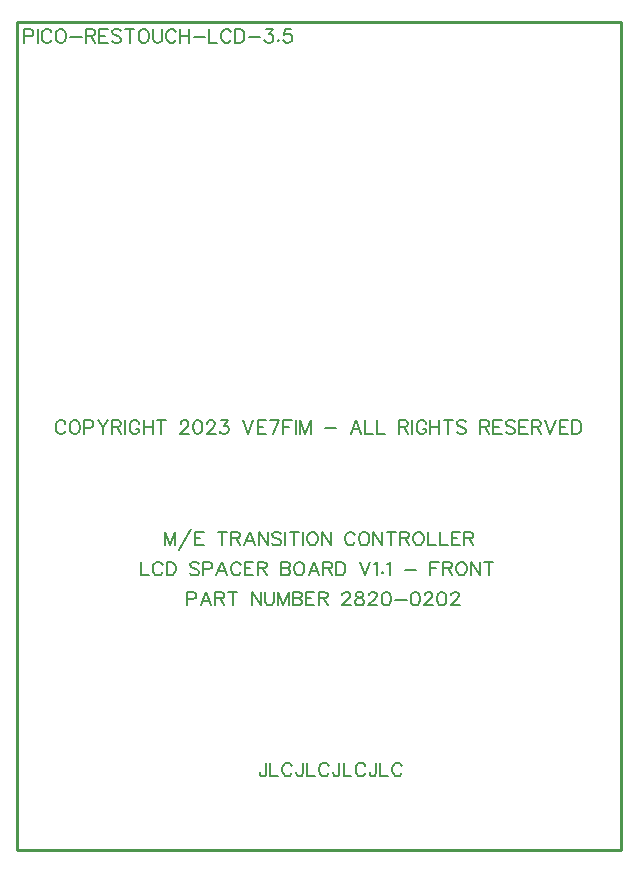
<source format=gto>
G04 Layer: TopSilkscreenLayer*
G04 EasyEDA v6.5.29, 2023-07-16 15:11:24*
G04 5560f084906b45179d65adef9f10eb2a,5a6b42c53f6a479593ecc07194224c93,10*
G04 Gerber Generator version 0.2*
G04 Scale: 100 percent, Rotated: No, Reflected: No *
G04 Dimensions in millimeters *
G04 leading zeros omitted , absolute positions ,4 integer and 5 decimal *
%FSLAX45Y45*%
%MOMM*%

%ADD10C,0.2030*%
%ADD11C,0.2032*%
%ADD12C,0.2540*%

%LPD*%
D10*
X923544Y6599428D02*
G01*
X918210Y6610350D01*
X907287Y6621271D01*
X896365Y6626860D01*
X874521Y6626860D01*
X863600Y6621271D01*
X852678Y6610350D01*
X847344Y6599428D01*
X841755Y6583171D01*
X841755Y6555994D01*
X847344Y6539484D01*
X852678Y6528562D01*
X863600Y6517639D01*
X874521Y6512305D01*
X896365Y6512305D01*
X907287Y6517639D01*
X918210Y6528562D01*
X923544Y6539484D01*
X992378Y6626860D02*
G01*
X981455Y6621271D01*
X970534Y6610350D01*
X965200Y6599428D01*
X959612Y6583171D01*
X959612Y6555994D01*
X965200Y6539484D01*
X970534Y6528562D01*
X981455Y6517639D01*
X992378Y6512305D01*
X1014221Y6512305D01*
X1025144Y6517639D01*
X1036065Y6528562D01*
X1041400Y6539484D01*
X1046987Y6555994D01*
X1046987Y6583171D01*
X1041400Y6599428D01*
X1036065Y6610350D01*
X1025144Y6621271D01*
X1014221Y6626860D01*
X992378Y6626860D01*
X1082802Y6626860D02*
G01*
X1082802Y6512305D01*
X1082802Y6626860D02*
G01*
X1132078Y6626860D01*
X1148334Y6621271D01*
X1153921Y6615937D01*
X1159255Y6605015D01*
X1159255Y6588505D01*
X1153921Y6577584D01*
X1148334Y6572250D01*
X1132078Y6566662D01*
X1082802Y6566662D01*
X1195323Y6626860D02*
G01*
X1239012Y6572250D01*
X1239012Y6512305D01*
X1282445Y6626860D02*
G01*
X1239012Y6572250D01*
X1318513Y6626860D02*
G01*
X1318513Y6512305D01*
X1318513Y6626860D02*
G01*
X1367536Y6626860D01*
X1384045Y6621271D01*
X1389379Y6615937D01*
X1394968Y6605015D01*
X1394968Y6594094D01*
X1389379Y6583171D01*
X1384045Y6577584D01*
X1367536Y6572250D01*
X1318513Y6572250D01*
X1356613Y6572250D02*
G01*
X1394968Y6512305D01*
X1430781Y6626860D02*
G01*
X1430781Y6512305D01*
X1548637Y6599428D02*
G01*
X1543304Y6610350D01*
X1532381Y6621271D01*
X1521460Y6626860D01*
X1499615Y6626860D01*
X1488694Y6621271D01*
X1477771Y6610350D01*
X1472437Y6599428D01*
X1466850Y6583171D01*
X1466850Y6555994D01*
X1472437Y6539484D01*
X1477771Y6528562D01*
X1488694Y6517639D01*
X1499615Y6512305D01*
X1521460Y6512305D01*
X1532381Y6517639D01*
X1543304Y6528562D01*
X1548637Y6539484D01*
X1548637Y6555994D01*
X1521460Y6555994D02*
G01*
X1548637Y6555994D01*
X1584705Y6626860D02*
G01*
X1584705Y6512305D01*
X1661160Y6626860D02*
G01*
X1661160Y6512305D01*
X1584705Y6572250D02*
G01*
X1661160Y6572250D01*
X1735328Y6626860D02*
G01*
X1735328Y6512305D01*
X1696973Y6626860D02*
G01*
X1773428Y6626860D01*
X1898904Y6599428D02*
G01*
X1898904Y6605015D01*
X1904237Y6615937D01*
X1909826Y6621271D01*
X1920747Y6626860D01*
X1942591Y6626860D01*
X1953513Y6621271D01*
X1958847Y6615937D01*
X1964436Y6605015D01*
X1964436Y6594094D01*
X1958847Y6583171D01*
X1947925Y6566662D01*
X1893570Y6512305D01*
X1969770Y6512305D01*
X2038604Y6626860D02*
G01*
X2022093Y6621271D01*
X2011172Y6605015D01*
X2005838Y6577584D01*
X2005838Y6561328D01*
X2011172Y6534150D01*
X2022093Y6517639D01*
X2038604Y6512305D01*
X2049525Y6512305D01*
X2065781Y6517639D01*
X2076704Y6534150D01*
X2082291Y6561328D01*
X2082291Y6577584D01*
X2076704Y6605015D01*
X2065781Y6621271D01*
X2049525Y6626860D01*
X2038604Y6626860D01*
X2123693Y6599428D02*
G01*
X2123693Y6605015D01*
X2129027Y6615937D01*
X2134615Y6621271D01*
X2145538Y6626860D01*
X2167381Y6626860D01*
X2178050Y6621271D01*
X2183638Y6615937D01*
X2188972Y6605015D01*
X2188972Y6594094D01*
X2183638Y6583171D01*
X2172715Y6566662D01*
X2118106Y6512305D01*
X2194559Y6512305D01*
X2241550Y6626860D02*
G01*
X2301493Y6626860D01*
X2268727Y6583171D01*
X2284984Y6583171D01*
X2295906Y6577584D01*
X2301493Y6572250D01*
X2306827Y6555994D01*
X2306827Y6545071D01*
X2301493Y6528562D01*
X2290572Y6517639D01*
X2274061Y6512305D01*
X2257806Y6512305D01*
X2241550Y6517639D01*
X2235961Y6523228D01*
X2230627Y6534150D01*
X2426970Y6626860D02*
G01*
X2470658Y6512305D01*
X2514091Y6626860D02*
G01*
X2470658Y6512305D01*
X2550159Y6626860D02*
G01*
X2550159Y6512305D01*
X2550159Y6626860D02*
G01*
X2621025Y6626860D01*
X2550159Y6572250D02*
G01*
X2593847Y6572250D01*
X2550159Y6512305D02*
G01*
X2621025Y6512305D01*
X2733547Y6626860D02*
G01*
X2678938Y6512305D01*
X2657093Y6626860D02*
G01*
X2733547Y6626860D01*
X2769361Y6626860D02*
G01*
X2769361Y6512305D01*
X2769361Y6626860D02*
G01*
X2840227Y6626860D01*
X2769361Y6572250D02*
G01*
X2813050Y6572250D01*
X2876295Y6626860D02*
G01*
X2876295Y6512305D01*
X2912363Y6626860D02*
G01*
X2912363Y6512305D01*
X2912363Y6626860D02*
G01*
X2956052Y6512305D01*
X2999740Y6626860D02*
G01*
X2956052Y6512305D01*
X2999740Y6626860D02*
G01*
X2999740Y6512305D01*
X3119627Y6561328D02*
G01*
X3217925Y6561328D01*
X3381502Y6626860D02*
G01*
X3337813Y6512305D01*
X3381502Y6626860D02*
G01*
X3425190Y6512305D01*
X3354070Y6550405D02*
G01*
X3408679Y6550405D01*
X3461004Y6626860D02*
G01*
X3461004Y6512305D01*
X3461004Y6512305D02*
G01*
X3526536Y6512305D01*
X3562604Y6626860D02*
G01*
X3562604Y6512305D01*
X3562604Y6512305D02*
G01*
X3627881Y6512305D01*
X3748024Y6626860D02*
G01*
X3748024Y6512305D01*
X3748024Y6626860D02*
G01*
X3797045Y6626860D01*
X3813556Y6621271D01*
X3818890Y6615937D01*
X3824477Y6605015D01*
X3824477Y6594094D01*
X3818890Y6583171D01*
X3813556Y6577584D01*
X3797045Y6572250D01*
X3748024Y6572250D01*
X3786124Y6572250D02*
G01*
X3824477Y6512305D01*
X3860291Y6626860D02*
G01*
X3860291Y6512305D01*
X3978147Y6599428D02*
G01*
X3972813Y6610350D01*
X3961891Y6621271D01*
X3950970Y6626860D01*
X3929125Y6626860D01*
X3918204Y6621271D01*
X3907281Y6610350D01*
X3901693Y6599428D01*
X3896359Y6583171D01*
X3896359Y6555994D01*
X3901693Y6539484D01*
X3907281Y6528562D01*
X3918204Y6517639D01*
X3929125Y6512305D01*
X3950970Y6512305D01*
X3961891Y6517639D01*
X3972813Y6528562D01*
X3978147Y6539484D01*
X3978147Y6555994D01*
X3950970Y6555994D02*
G01*
X3978147Y6555994D01*
X4014215Y6626860D02*
G01*
X4014215Y6512305D01*
X4090415Y6626860D02*
G01*
X4090415Y6512305D01*
X4014215Y6572250D02*
G01*
X4090415Y6572250D01*
X4164838Y6626860D02*
G01*
X4164838Y6512305D01*
X4126484Y6626860D02*
G01*
X4202938Y6626860D01*
X4315206Y6610350D02*
G01*
X4304284Y6621271D01*
X4288027Y6626860D01*
X4266184Y6626860D01*
X4249927Y6621271D01*
X4239006Y6610350D01*
X4239006Y6599428D01*
X4244340Y6588505D01*
X4249927Y6583171D01*
X4260595Y6577584D01*
X4293361Y6566662D01*
X4304284Y6561328D01*
X4309872Y6555994D01*
X4315206Y6545071D01*
X4315206Y6528562D01*
X4304284Y6517639D01*
X4288027Y6512305D01*
X4266184Y6512305D01*
X4249927Y6517639D01*
X4239006Y6528562D01*
X4435347Y6626860D02*
G01*
X4435347Y6512305D01*
X4435347Y6626860D02*
G01*
X4484370Y6626860D01*
X4500625Y6621271D01*
X4506213Y6615937D01*
X4511547Y6605015D01*
X4511547Y6594094D01*
X4506213Y6583171D01*
X4500625Y6577584D01*
X4484370Y6572250D01*
X4435347Y6572250D01*
X4473447Y6572250D02*
G01*
X4511547Y6512305D01*
X4547615Y6626860D02*
G01*
X4547615Y6512305D01*
X4547615Y6626860D02*
G01*
X4618481Y6626860D01*
X4547615Y6572250D02*
G01*
X4591304Y6572250D01*
X4547615Y6512305D02*
G01*
X4618481Y6512305D01*
X4731004Y6610350D02*
G01*
X4720081Y6621271D01*
X4703572Y6626860D01*
X4681727Y6626860D01*
X4665472Y6621271D01*
X4654550Y6610350D01*
X4654550Y6599428D01*
X4659884Y6588505D01*
X4665472Y6583171D01*
X4676393Y6577584D01*
X4709159Y6566662D01*
X4720081Y6561328D01*
X4725415Y6555994D01*
X4731004Y6545071D01*
X4731004Y6528562D01*
X4720081Y6517639D01*
X4703572Y6512305D01*
X4681727Y6512305D01*
X4665472Y6517639D01*
X4654550Y6528562D01*
X4766818Y6626860D02*
G01*
X4766818Y6512305D01*
X4766818Y6626860D02*
G01*
X4837684Y6626860D01*
X4766818Y6572250D02*
G01*
X4810506Y6572250D01*
X4766818Y6512305D02*
G01*
X4837684Y6512305D01*
X4873752Y6626860D02*
G01*
X4873752Y6512305D01*
X4873752Y6626860D02*
G01*
X4922774Y6626860D01*
X4939284Y6621271D01*
X4944618Y6615937D01*
X4950206Y6605015D01*
X4950206Y6594094D01*
X4944618Y6583171D01*
X4939284Y6577584D01*
X4922774Y6572250D01*
X4873752Y6572250D01*
X4912106Y6572250D02*
G01*
X4950206Y6512305D01*
X4986274Y6626860D02*
G01*
X5029708Y6512305D01*
X5073395Y6626860D02*
G01*
X5029708Y6512305D01*
X5109463Y6626860D02*
G01*
X5109463Y6512305D01*
X5109463Y6626860D02*
G01*
X5180329Y6626860D01*
X5109463Y6572250D02*
G01*
X5153152Y6572250D01*
X5109463Y6512305D02*
G01*
X5180329Y6512305D01*
X5216397Y6626860D02*
G01*
X5216397Y6512305D01*
X5216397Y6626860D02*
G01*
X5254497Y6626860D01*
X5271008Y6621271D01*
X5281675Y6610350D01*
X5287263Y6599428D01*
X5292597Y6583171D01*
X5292597Y6555994D01*
X5287263Y6539484D01*
X5281675Y6528562D01*
X5271008Y6517639D01*
X5254497Y6512305D01*
X5216397Y6512305D01*
D11*
X2623614Y3728925D02*
G01*
X2623614Y3641549D01*
X2618026Y3625293D01*
X2612692Y3619705D01*
X2601770Y3614371D01*
X2590848Y3614371D01*
X2579926Y3619705D01*
X2574338Y3625293D01*
X2569004Y3641549D01*
X2569004Y3652471D01*
X2659428Y3728925D02*
G01*
X2659428Y3614371D01*
X2659428Y3614371D02*
G01*
X2724960Y3614371D01*
X2842816Y3701493D02*
G01*
X2837482Y3712415D01*
X2826560Y3723337D01*
X2815638Y3728925D01*
X2793794Y3728925D01*
X2782872Y3723337D01*
X2771950Y3712415D01*
X2766362Y3701493D01*
X2761028Y3685237D01*
X2761028Y3658059D01*
X2766362Y3641549D01*
X2771950Y3630627D01*
X2782872Y3619705D01*
X2793794Y3614371D01*
X2815638Y3614371D01*
X2826560Y3619705D01*
X2837482Y3630627D01*
X2842816Y3641549D01*
X2933240Y3728925D02*
G01*
X2933240Y3641549D01*
X2927906Y3625293D01*
X2922572Y3619705D01*
X2911650Y3614371D01*
X2900728Y3614371D01*
X2889806Y3619705D01*
X2884218Y3625293D01*
X2878884Y3641549D01*
X2878884Y3652471D01*
X2969308Y3728925D02*
G01*
X2969308Y3614371D01*
X2969308Y3614371D02*
G01*
X3034840Y3614371D01*
X3152696Y3701493D02*
G01*
X3147108Y3712415D01*
X3136186Y3723337D01*
X3125264Y3728925D01*
X3103674Y3728925D01*
X3092752Y3723337D01*
X3081830Y3712415D01*
X3076242Y3701493D01*
X3070908Y3685237D01*
X3070908Y3658059D01*
X3076242Y3641549D01*
X3081830Y3630627D01*
X3092752Y3619705D01*
X3103674Y3614371D01*
X3125264Y3614371D01*
X3136186Y3619705D01*
X3147108Y3630627D01*
X3152696Y3641549D01*
X3243120Y3728925D02*
G01*
X3243120Y3641549D01*
X3237786Y3625293D01*
X3232198Y3619705D01*
X3221276Y3614371D01*
X3210354Y3614371D01*
X3199432Y3619705D01*
X3194098Y3625293D01*
X3188764Y3641549D01*
X3188764Y3652471D01*
X3279188Y3728925D02*
G01*
X3279188Y3614371D01*
X3279188Y3614371D02*
G01*
X3344720Y3614371D01*
X3462576Y3701493D02*
G01*
X3456988Y3712415D01*
X3446066Y3723337D01*
X3435144Y3728925D01*
X3413300Y3728925D01*
X3402378Y3723337D01*
X3391456Y3712415D01*
X3386122Y3701493D01*
X3380534Y3685237D01*
X3380534Y3658059D01*
X3386122Y3641549D01*
X3391456Y3630627D01*
X3402378Y3619705D01*
X3413300Y3614371D01*
X3435144Y3614371D01*
X3446066Y3619705D01*
X3456988Y3630627D01*
X3462576Y3641549D01*
X3553000Y3728925D02*
G01*
X3553000Y3641549D01*
X3547666Y3625293D01*
X3542078Y3619705D01*
X3531156Y3614371D01*
X3520234Y3614371D01*
X3509312Y3619705D01*
X3503978Y3625293D01*
X3498390Y3641549D01*
X3498390Y3652471D01*
X3589068Y3728925D02*
G01*
X3589068Y3614371D01*
X3589068Y3614371D02*
G01*
X3654346Y3614371D01*
X3772202Y3701493D02*
G01*
X3766868Y3712415D01*
X3755946Y3723337D01*
X3745024Y3728925D01*
X3723180Y3728925D01*
X3712258Y3723337D01*
X3701336Y3712415D01*
X3696002Y3701493D01*
X3690414Y3685237D01*
X3690414Y3658059D01*
X3696002Y3641549D01*
X3701336Y3630627D01*
X3712258Y3619705D01*
X3723180Y3614371D01*
X3745024Y3614371D01*
X3755946Y3619705D01*
X3766868Y3630627D01*
X3772202Y3641549D01*
X575104Y9939154D02*
G01*
X575104Y9824610D01*
X575104Y9939154D02*
G01*
X624194Y9939154D01*
X640557Y9933701D01*
X646013Y9928247D01*
X651466Y9917338D01*
X651466Y9900973D01*
X646013Y9890064D01*
X640557Y9884610D01*
X624194Y9879154D01*
X575104Y9879154D01*
X687468Y9939154D02*
G01*
X687468Y9824610D01*
X805286Y9911882D02*
G01*
X799830Y9922791D01*
X788921Y9933701D01*
X778012Y9939154D01*
X756193Y9939154D01*
X745286Y9933701D01*
X734377Y9922791D01*
X728921Y9911882D01*
X723468Y9895519D01*
X723468Y9868247D01*
X728921Y9851882D01*
X734377Y9840973D01*
X745286Y9830064D01*
X756193Y9824610D01*
X778012Y9824610D01*
X788921Y9830064D01*
X799830Y9840973D01*
X805286Y9851882D01*
X874013Y9939154D02*
G01*
X863104Y9933701D01*
X852195Y9922791D01*
X846739Y9911882D01*
X841286Y9895519D01*
X841286Y9868247D01*
X846739Y9851882D01*
X852195Y9840973D01*
X863104Y9830064D01*
X874013Y9824610D01*
X895830Y9824610D01*
X906739Y9830064D01*
X917648Y9840973D01*
X923104Y9851882D01*
X928557Y9868247D01*
X928557Y9895519D01*
X923104Y9911882D01*
X917648Y9922791D01*
X906739Y9933701D01*
X895830Y9939154D01*
X874013Y9939154D01*
X964557Y9873701D02*
G01*
X1062738Y9873701D01*
X1098740Y9939154D02*
G01*
X1098740Y9824610D01*
X1098740Y9939154D02*
G01*
X1147831Y9939154D01*
X1164193Y9933701D01*
X1169649Y9928247D01*
X1175103Y9917338D01*
X1175103Y9906429D01*
X1169649Y9895519D01*
X1164193Y9890064D01*
X1147831Y9884610D01*
X1098740Y9884610D01*
X1136921Y9884610D02*
G01*
X1175103Y9824610D01*
X1211102Y9939154D02*
G01*
X1211102Y9824610D01*
X1211102Y9939154D02*
G01*
X1282011Y9939154D01*
X1211102Y9884610D02*
G01*
X1254739Y9884610D01*
X1211102Y9824610D02*
G01*
X1282011Y9824610D01*
X1394376Y9922791D02*
G01*
X1383466Y9933701D01*
X1367101Y9939154D01*
X1345285Y9939154D01*
X1328920Y9933701D01*
X1318011Y9922791D01*
X1318011Y9911882D01*
X1323467Y9900973D01*
X1328920Y9895519D01*
X1339829Y9890064D01*
X1372557Y9879154D01*
X1383466Y9873701D01*
X1388920Y9868247D01*
X1394376Y9857338D01*
X1394376Y9840973D01*
X1383466Y9830064D01*
X1367101Y9824610D01*
X1345285Y9824610D01*
X1328920Y9830064D01*
X1318011Y9840973D01*
X1468556Y9939154D02*
G01*
X1468556Y9824610D01*
X1430375Y9939154D02*
G01*
X1506738Y9939154D01*
X1575465Y9939154D02*
G01*
X1564556Y9933701D01*
X1553646Y9922791D01*
X1548193Y9911882D01*
X1542737Y9895519D01*
X1542737Y9868247D01*
X1548193Y9851882D01*
X1553646Y9840973D01*
X1564556Y9830064D01*
X1575465Y9824610D01*
X1597284Y9824610D01*
X1608193Y9830064D01*
X1619102Y9840973D01*
X1624556Y9851882D01*
X1630011Y9868247D01*
X1630011Y9895519D01*
X1624556Y9911882D01*
X1619102Y9922791D01*
X1608193Y9933701D01*
X1597284Y9939154D01*
X1575465Y9939154D01*
X1666011Y9939154D02*
G01*
X1666011Y9857338D01*
X1671464Y9840973D01*
X1682374Y9830064D01*
X1698739Y9824610D01*
X1709648Y9824610D01*
X1726011Y9830064D01*
X1736920Y9840973D01*
X1742373Y9857338D01*
X1742373Y9939154D01*
X1860191Y9911882D02*
G01*
X1854738Y9922791D01*
X1843829Y9933701D01*
X1832919Y9939154D01*
X1811101Y9939154D01*
X1800191Y9933701D01*
X1789282Y9922791D01*
X1783829Y9911882D01*
X1778373Y9895519D01*
X1778373Y9868247D01*
X1783829Y9851882D01*
X1789282Y9840973D01*
X1800191Y9830064D01*
X1811101Y9824610D01*
X1832919Y9824610D01*
X1843829Y9830064D01*
X1854738Y9840973D01*
X1860191Y9851882D01*
X1896191Y9939154D02*
G01*
X1896191Y9824610D01*
X1972556Y9939154D02*
G01*
X1972556Y9824610D01*
X1896191Y9884610D02*
G01*
X1972556Y9884610D01*
X2008555Y9873701D02*
G01*
X2106736Y9873701D01*
X2142736Y9939154D02*
G01*
X2142736Y9824610D01*
X2142736Y9824610D02*
G01*
X2208192Y9824610D01*
X2326010Y9911882D02*
G01*
X2320554Y9922791D01*
X2309647Y9933701D01*
X2298738Y9939154D01*
X2276919Y9939154D01*
X2266010Y9933701D01*
X2255100Y9922791D01*
X2249647Y9911882D01*
X2244191Y9895519D01*
X2244191Y9868247D01*
X2249647Y9851882D01*
X2255100Y9840973D01*
X2266010Y9830064D01*
X2276919Y9824610D01*
X2298738Y9824610D01*
X2309647Y9830064D01*
X2320554Y9840973D01*
X2326010Y9851882D01*
X2362009Y9939154D02*
G01*
X2362009Y9824610D01*
X2362009Y9939154D02*
G01*
X2400190Y9939154D01*
X2416556Y9933701D01*
X2427465Y9922791D01*
X2432918Y9911882D01*
X2438372Y9895519D01*
X2438372Y9868247D01*
X2432918Y9851882D01*
X2427465Y9840973D01*
X2416556Y9830064D01*
X2400190Y9824610D01*
X2362009Y9824610D01*
X2474374Y9873701D02*
G01*
X2572555Y9873701D01*
X2619463Y9939154D02*
G01*
X2679463Y9939154D01*
X2646735Y9895519D01*
X2663101Y9895519D01*
X2674010Y9890064D01*
X2679463Y9884610D01*
X2684917Y9868247D01*
X2684917Y9857338D01*
X2679463Y9840973D01*
X2668554Y9830064D01*
X2652191Y9824610D01*
X2635826Y9824610D01*
X2619463Y9830064D01*
X2614010Y9835520D01*
X2608554Y9846429D01*
X2726372Y9851882D02*
G01*
X2720919Y9846429D01*
X2726372Y9840973D01*
X2731828Y9846429D01*
X2726372Y9851882D01*
X2833281Y9939154D02*
G01*
X2778737Y9939154D01*
X2773281Y9890064D01*
X2778737Y9895519D01*
X2795099Y9900973D01*
X2811462Y9900973D01*
X2827827Y9895519D01*
X2838737Y9884610D01*
X2844190Y9868247D01*
X2844190Y9857338D01*
X2838737Y9840973D01*
X2827827Y9830064D01*
X2811462Y9824610D01*
X2795099Y9824610D01*
X2778737Y9830064D01*
X2773281Y9835520D01*
X2767827Y9846429D01*
X1765297Y5683747D02*
G01*
X1765297Y5569193D01*
X1765297Y5683747D02*
G01*
X1808985Y5569193D01*
X1852673Y5683747D02*
G01*
X1808985Y5569193D01*
X1852673Y5683747D02*
G01*
X1852673Y5569193D01*
X1986785Y5705591D02*
G01*
X1888487Y5530839D01*
X2022853Y5683747D02*
G01*
X2022853Y5569193D01*
X2022853Y5683747D02*
G01*
X2093719Y5683747D01*
X2022853Y5629137D02*
G01*
X2066287Y5629137D01*
X2022853Y5569193D02*
G01*
X2093719Y5569193D01*
X2251961Y5683747D02*
G01*
X2251961Y5569193D01*
X2213607Y5683747D02*
G01*
X2290061Y5683747D01*
X2326129Y5683747D02*
G01*
X2326129Y5569193D01*
X2326129Y5683747D02*
G01*
X2375151Y5683747D01*
X2391407Y5678159D01*
X2396995Y5672825D01*
X2402329Y5661903D01*
X2402329Y5650981D01*
X2396995Y5640059D01*
X2391407Y5634471D01*
X2375151Y5629137D01*
X2326129Y5629137D01*
X2364229Y5629137D02*
G01*
X2402329Y5569193D01*
X2482085Y5683747D02*
G01*
X2438397Y5569193D01*
X2482085Y5683747D02*
G01*
X2525773Y5569193D01*
X2454653Y5607293D02*
G01*
X2509263Y5607293D01*
X2561587Y5683747D02*
G01*
X2561587Y5569193D01*
X2561587Y5683747D02*
G01*
X2638041Y5569193D01*
X2638041Y5683747D02*
G01*
X2638041Y5569193D01*
X2750309Y5667237D02*
G01*
X2739387Y5678159D01*
X2723131Y5683747D01*
X2701287Y5683747D01*
X2685031Y5678159D01*
X2674109Y5667237D01*
X2674109Y5656315D01*
X2679443Y5645393D01*
X2685031Y5640059D01*
X2695953Y5634471D01*
X2728465Y5623803D01*
X2739387Y5618215D01*
X2744975Y5612881D01*
X2750309Y5601959D01*
X2750309Y5585449D01*
X2739387Y5574527D01*
X2723131Y5569193D01*
X2701287Y5569193D01*
X2685031Y5574527D01*
X2674109Y5585449D01*
X2786377Y5683747D02*
G01*
X2786377Y5569193D01*
X2860545Y5683747D02*
G01*
X2860545Y5569193D01*
X2822445Y5683747D02*
G01*
X2898645Y5683747D01*
X2934713Y5683747D02*
G01*
X2934713Y5569193D01*
X3003547Y5683747D02*
G01*
X2992625Y5678159D01*
X2981703Y5667237D01*
X2976115Y5656315D01*
X2970781Y5640059D01*
X2970781Y5612881D01*
X2976115Y5596371D01*
X2981703Y5585449D01*
X2992625Y5574527D01*
X3003547Y5569193D01*
X3025391Y5569193D01*
X3036313Y5574527D01*
X3047235Y5585449D01*
X3052569Y5596371D01*
X3057903Y5612881D01*
X3057903Y5640059D01*
X3052569Y5656315D01*
X3047235Y5667237D01*
X3036313Y5678159D01*
X3025391Y5683747D01*
X3003547Y5683747D01*
X3093971Y5683747D02*
G01*
X3093971Y5569193D01*
X3093971Y5683747D02*
G01*
X3170425Y5569193D01*
X3170425Y5683747D02*
G01*
X3170425Y5569193D01*
X3372101Y5656315D02*
G01*
X3366767Y5667237D01*
X3355845Y5678159D01*
X3344923Y5683747D01*
X3323079Y5683747D01*
X3312157Y5678159D01*
X3301235Y5667237D01*
X3295901Y5656315D01*
X3290313Y5640059D01*
X3290313Y5612881D01*
X3295901Y5596371D01*
X3301235Y5585449D01*
X3312157Y5574527D01*
X3323079Y5569193D01*
X3344923Y5569193D01*
X3355845Y5574527D01*
X3366767Y5585449D01*
X3372101Y5596371D01*
X3440935Y5683747D02*
G01*
X3430013Y5678159D01*
X3419091Y5667237D01*
X3413757Y5656315D01*
X3408169Y5640059D01*
X3408169Y5612881D01*
X3413757Y5596371D01*
X3419091Y5585449D01*
X3430013Y5574527D01*
X3440935Y5569193D01*
X3462779Y5569193D01*
X3473701Y5574527D01*
X3484623Y5585449D01*
X3489957Y5596371D01*
X3495545Y5612881D01*
X3495545Y5640059D01*
X3489957Y5656315D01*
X3484623Y5667237D01*
X3473701Y5678159D01*
X3462779Y5683747D01*
X3440935Y5683747D01*
X3531359Y5683747D02*
G01*
X3531359Y5569193D01*
X3531359Y5683747D02*
G01*
X3607813Y5569193D01*
X3607813Y5683747D02*
G01*
X3607813Y5569193D01*
X3681981Y5683747D02*
G01*
X3681981Y5569193D01*
X3643881Y5683747D02*
G01*
X3720081Y5683747D01*
X3756149Y5683747D02*
G01*
X3756149Y5569193D01*
X3756149Y5683747D02*
G01*
X3805171Y5683747D01*
X3821681Y5678159D01*
X3827015Y5672825D01*
X3832603Y5661903D01*
X3832603Y5650981D01*
X3827015Y5640059D01*
X3821681Y5634471D01*
X3805171Y5629137D01*
X3756149Y5629137D01*
X3794503Y5629137D02*
G01*
X3832603Y5569193D01*
X3901183Y5683747D02*
G01*
X3890261Y5678159D01*
X3879593Y5667237D01*
X3874005Y5656315D01*
X3868671Y5640059D01*
X3868671Y5612881D01*
X3874005Y5596371D01*
X3879593Y5585449D01*
X3890261Y5574527D01*
X3901183Y5569193D01*
X3923027Y5569193D01*
X3933949Y5574527D01*
X3944871Y5585449D01*
X3950459Y5596371D01*
X3955793Y5612881D01*
X3955793Y5640059D01*
X3950459Y5656315D01*
X3944871Y5667237D01*
X3933949Y5678159D01*
X3923027Y5683747D01*
X3901183Y5683747D01*
X3991861Y5683747D02*
G01*
X3991861Y5569193D01*
X3991861Y5569193D02*
G01*
X4057393Y5569193D01*
X4093207Y5683747D02*
G01*
X4093207Y5569193D01*
X4093207Y5569193D02*
G01*
X4158739Y5569193D01*
X4194807Y5683747D02*
G01*
X4194807Y5569193D01*
X4194807Y5683747D02*
G01*
X4265673Y5683747D01*
X4194807Y5629137D02*
G01*
X4238495Y5629137D01*
X4194807Y5569193D02*
G01*
X4265673Y5569193D01*
X4301741Y5683747D02*
G01*
X4301741Y5569193D01*
X4301741Y5683747D02*
G01*
X4350763Y5683747D01*
X4367019Y5678159D01*
X4372607Y5672825D01*
X4377941Y5661903D01*
X4377941Y5650981D01*
X4372607Y5640059D01*
X4367019Y5634471D01*
X4350763Y5629137D01*
X4301741Y5629137D01*
X4339841Y5629137D02*
G01*
X4377941Y5569193D01*
X1955800Y5175757D02*
G01*
X1955800Y5061204D01*
X1955800Y5175757D02*
G01*
X2004822Y5175757D01*
X2021331Y5170170D01*
X2026665Y5164836D01*
X2032254Y5153913D01*
X2032254Y5137404D01*
X2026665Y5126481D01*
X2021331Y5121147D01*
X2004822Y5115813D01*
X1955800Y5115813D01*
X2111756Y5175757D02*
G01*
X2068068Y5061204D01*
X2111756Y5175757D02*
G01*
X2155443Y5061204D01*
X2084577Y5099304D02*
G01*
X2139188Y5099304D01*
X2191511Y5175757D02*
G01*
X2191511Y5061204D01*
X2191511Y5175757D02*
G01*
X2240534Y5175757D01*
X2256790Y5170170D01*
X2262377Y5164836D01*
X2267711Y5153913D01*
X2267711Y5142992D01*
X2262377Y5132070D01*
X2256790Y5126481D01*
X2240534Y5121147D01*
X2191511Y5121147D01*
X2229611Y5121147D02*
G01*
X2267711Y5061204D01*
X2341879Y5175757D02*
G01*
X2341879Y5061204D01*
X2303779Y5175757D02*
G01*
X2380234Y5175757D01*
X2500122Y5175757D02*
G01*
X2500122Y5061204D01*
X2500122Y5175757D02*
G01*
X2576575Y5061204D01*
X2576575Y5175757D02*
G01*
X2576575Y5061204D01*
X2612643Y5175757D02*
G01*
X2612643Y5093970D01*
X2617977Y5077460D01*
X2628900Y5066537D01*
X2645156Y5061204D01*
X2656077Y5061204D01*
X2672588Y5066537D01*
X2683509Y5077460D01*
X2688843Y5093970D01*
X2688843Y5175757D01*
X2724911Y5175757D02*
G01*
X2724911Y5061204D01*
X2724911Y5175757D02*
G01*
X2768600Y5061204D01*
X2812288Y5175757D02*
G01*
X2768600Y5061204D01*
X2812288Y5175757D02*
G01*
X2812288Y5061204D01*
X2848102Y5175757D02*
G01*
X2848102Y5061204D01*
X2848102Y5175757D02*
G01*
X2897377Y5175757D01*
X2913634Y5170170D01*
X2918968Y5164836D01*
X2924556Y5153913D01*
X2924556Y5142992D01*
X2918968Y5132070D01*
X2913634Y5126481D01*
X2897377Y5121147D01*
X2848102Y5121147D02*
G01*
X2897377Y5121147D01*
X2913634Y5115813D01*
X2918968Y5110226D01*
X2924556Y5099304D01*
X2924556Y5083047D01*
X2918968Y5072126D01*
X2913634Y5066537D01*
X2897377Y5061204D01*
X2848102Y5061204D01*
X2960624Y5175757D02*
G01*
X2960624Y5061204D01*
X2960624Y5175757D02*
G01*
X3031490Y5175757D01*
X2960624Y5121147D02*
G01*
X3004058Y5121147D01*
X2960624Y5061204D02*
G01*
X3031490Y5061204D01*
X3067558Y5175757D02*
G01*
X3067558Y5061204D01*
X3067558Y5175757D02*
G01*
X3116579Y5175757D01*
X3132836Y5170170D01*
X3138424Y5164836D01*
X3143758Y5153913D01*
X3143758Y5142992D01*
X3138424Y5132070D01*
X3132836Y5126481D01*
X3116579Y5121147D01*
X3067558Y5121147D01*
X3105658Y5121147D02*
G01*
X3143758Y5061204D01*
X3269234Y5148326D02*
G01*
X3269234Y5153913D01*
X3274822Y5164836D01*
X3280156Y5170170D01*
X3291077Y5175757D01*
X3312922Y5175757D01*
X3323843Y5170170D01*
X3329177Y5164836D01*
X3334765Y5153913D01*
X3334765Y5142992D01*
X3329177Y5132070D01*
X3318256Y5115813D01*
X3263900Y5061204D01*
X3340100Y5061204D01*
X3403345Y5175757D02*
G01*
X3387090Y5170170D01*
X3381502Y5159247D01*
X3381502Y5148326D01*
X3387090Y5137404D01*
X3398011Y5132070D01*
X3419856Y5126481D01*
X3436111Y5121147D01*
X3447034Y5110226D01*
X3452622Y5099304D01*
X3452622Y5083047D01*
X3447034Y5072126D01*
X3441700Y5066537D01*
X3425190Y5061204D01*
X3403345Y5061204D01*
X3387090Y5066537D01*
X3381502Y5072126D01*
X3376168Y5083047D01*
X3376168Y5099304D01*
X3381502Y5110226D01*
X3392424Y5121147D01*
X3408934Y5126481D01*
X3430777Y5132070D01*
X3441700Y5137404D01*
X3447034Y5148326D01*
X3447034Y5159247D01*
X3441700Y5170170D01*
X3425190Y5175757D01*
X3403345Y5175757D01*
X3494024Y5148326D02*
G01*
X3494024Y5153913D01*
X3499358Y5164836D01*
X3504945Y5170170D01*
X3515868Y5175757D01*
X3537711Y5175757D01*
X3548634Y5170170D01*
X3553968Y5164836D01*
X3559556Y5153913D01*
X3559556Y5142992D01*
X3553968Y5132070D01*
X3543045Y5115813D01*
X3488436Y5061204D01*
X3564890Y5061204D01*
X3633724Y5175757D02*
G01*
X3617213Y5170170D01*
X3606291Y5153913D01*
X3600958Y5126481D01*
X3600958Y5110226D01*
X3606291Y5083047D01*
X3617213Y5066537D01*
X3633724Y5061204D01*
X3644645Y5061204D01*
X3660902Y5066537D01*
X3671824Y5083047D01*
X3677158Y5110226D01*
X3677158Y5126481D01*
X3671824Y5153913D01*
X3660902Y5170170D01*
X3644645Y5175757D01*
X3633724Y5175757D01*
X3713225Y5110226D02*
G01*
X3811524Y5110226D01*
X3880104Y5175757D02*
G01*
X3863847Y5170170D01*
X3852925Y5153913D01*
X3847338Y5126481D01*
X3847338Y5110226D01*
X3852925Y5083047D01*
X3863847Y5066537D01*
X3880104Y5061204D01*
X3891025Y5061204D01*
X3907536Y5066537D01*
X3918458Y5083047D01*
X3923791Y5110226D01*
X3923791Y5126481D01*
X3918458Y5153913D01*
X3907536Y5170170D01*
X3891025Y5175757D01*
X3880104Y5175757D01*
X3965193Y5148326D02*
G01*
X3965193Y5153913D01*
X3970781Y5164836D01*
X3976115Y5170170D01*
X3987038Y5175757D01*
X4008881Y5175757D01*
X4019804Y5170170D01*
X4025138Y5164836D01*
X4030725Y5153913D01*
X4030725Y5142992D01*
X4025138Y5132070D01*
X4014215Y5115813D01*
X3959859Y5061204D01*
X4036059Y5061204D01*
X4104893Y5175757D02*
G01*
X4088638Y5170170D01*
X4077715Y5153913D01*
X4072127Y5126481D01*
X4072127Y5110226D01*
X4077715Y5083047D01*
X4088638Y5066537D01*
X4104893Y5061204D01*
X4115815Y5061204D01*
X4132072Y5066537D01*
X4142993Y5083047D01*
X4148581Y5110226D01*
X4148581Y5126481D01*
X4142993Y5153913D01*
X4132072Y5170170D01*
X4115815Y5175757D01*
X4104893Y5175757D01*
X4189984Y5148326D02*
G01*
X4189984Y5153913D01*
X4195318Y5164836D01*
X4200906Y5170170D01*
X4211827Y5175757D01*
X4233672Y5175757D01*
X4244593Y5170170D01*
X4249927Y5164836D01*
X4255515Y5153913D01*
X4255515Y5142992D01*
X4249927Y5132070D01*
X4239006Y5115813D01*
X4184395Y5061204D01*
X4260850Y5061204D01*
X1562097Y5429747D02*
G01*
X1562097Y5315193D01*
X1562097Y5315193D02*
G01*
X1627629Y5315193D01*
X1745485Y5402315D02*
G01*
X1739897Y5413237D01*
X1728975Y5424159D01*
X1718053Y5429747D01*
X1696209Y5429747D01*
X1685287Y5424159D01*
X1674365Y5413237D01*
X1669031Y5402315D01*
X1663443Y5386059D01*
X1663443Y5358881D01*
X1669031Y5342371D01*
X1674365Y5331449D01*
X1685287Y5320527D01*
X1696209Y5315193D01*
X1718053Y5315193D01*
X1728975Y5320527D01*
X1739897Y5331449D01*
X1745485Y5342371D01*
X1781299Y5429747D02*
G01*
X1781299Y5315193D01*
X1781299Y5429747D02*
G01*
X1819653Y5429747D01*
X1835909Y5424159D01*
X1846831Y5413237D01*
X1852165Y5402315D01*
X1857753Y5386059D01*
X1857753Y5358881D01*
X1852165Y5342371D01*
X1846831Y5331449D01*
X1835909Y5320527D01*
X1819653Y5315193D01*
X1781299Y5315193D01*
X2054095Y5413237D02*
G01*
X2043173Y5424159D01*
X2026917Y5429747D01*
X2005073Y5429747D01*
X1988563Y5424159D01*
X1977641Y5413237D01*
X1977641Y5402315D01*
X1983229Y5391393D01*
X1988563Y5386059D01*
X1999485Y5380471D01*
X2032251Y5369803D01*
X2043173Y5364215D01*
X2048761Y5358881D01*
X2054095Y5347959D01*
X2054095Y5331449D01*
X2043173Y5320527D01*
X2026917Y5315193D01*
X2005073Y5315193D01*
X1988563Y5320527D01*
X1977641Y5331449D01*
X2090163Y5429747D02*
G01*
X2090163Y5315193D01*
X2090163Y5429747D02*
G01*
X2139185Y5429747D01*
X2155441Y5424159D01*
X2161029Y5418825D01*
X2166363Y5407903D01*
X2166363Y5391393D01*
X2161029Y5380471D01*
X2155441Y5375137D01*
X2139185Y5369803D01*
X2090163Y5369803D01*
X2246119Y5429747D02*
G01*
X2202431Y5315193D01*
X2246119Y5429747D02*
G01*
X2289807Y5315193D01*
X2218941Y5353293D02*
G01*
X2273297Y5353293D01*
X2407663Y5402315D02*
G01*
X2402075Y5413237D01*
X2391153Y5424159D01*
X2380231Y5429747D01*
X2358387Y5429747D01*
X2347465Y5424159D01*
X2336543Y5413237D01*
X2331209Y5402315D01*
X2325621Y5386059D01*
X2325621Y5358881D01*
X2331209Y5342371D01*
X2336543Y5331449D01*
X2347465Y5320527D01*
X2358387Y5315193D01*
X2380231Y5315193D01*
X2391153Y5320527D01*
X2402075Y5331449D01*
X2407663Y5342371D01*
X2443477Y5429747D02*
G01*
X2443477Y5315193D01*
X2443477Y5429747D02*
G01*
X2514343Y5429747D01*
X2443477Y5375137D02*
G01*
X2487165Y5375137D01*
X2443477Y5315193D02*
G01*
X2514343Y5315193D01*
X2550411Y5429747D02*
G01*
X2550411Y5315193D01*
X2550411Y5429747D02*
G01*
X2599433Y5429747D01*
X2615943Y5424159D01*
X2621277Y5418825D01*
X2626865Y5407903D01*
X2626865Y5396981D01*
X2621277Y5386059D01*
X2615943Y5380471D01*
X2599433Y5375137D01*
X2550411Y5375137D01*
X2588765Y5375137D02*
G01*
X2626865Y5315193D01*
X2746753Y5429747D02*
G01*
X2746753Y5315193D01*
X2746753Y5429747D02*
G01*
X2796029Y5429747D01*
X2812285Y5424159D01*
X2817619Y5418825D01*
X2823207Y5407903D01*
X2823207Y5396981D01*
X2817619Y5386059D01*
X2812285Y5380471D01*
X2796029Y5375137D01*
X2746753Y5375137D02*
G01*
X2796029Y5375137D01*
X2812285Y5369803D01*
X2817619Y5364215D01*
X2823207Y5353293D01*
X2823207Y5337037D01*
X2817619Y5326115D01*
X2812285Y5320527D01*
X2796029Y5315193D01*
X2746753Y5315193D01*
X2891787Y5429747D02*
G01*
X2881119Y5424159D01*
X2870197Y5413237D01*
X2864609Y5402315D01*
X2859275Y5386059D01*
X2859275Y5358881D01*
X2864609Y5342371D01*
X2870197Y5331449D01*
X2881119Y5320527D01*
X2891787Y5315193D01*
X2913631Y5315193D01*
X2924553Y5320527D01*
X2935475Y5331449D01*
X2941063Y5342371D01*
X2946397Y5358881D01*
X2946397Y5386059D01*
X2941063Y5402315D01*
X2935475Y5413237D01*
X2924553Y5424159D01*
X2913631Y5429747D01*
X2891787Y5429747D01*
X3026153Y5429747D02*
G01*
X2982465Y5315193D01*
X3026153Y5429747D02*
G01*
X3069841Y5315193D01*
X2998721Y5353293D02*
G01*
X3053331Y5353293D01*
X3105655Y5429747D02*
G01*
X3105655Y5315193D01*
X3105655Y5429747D02*
G01*
X3154931Y5429747D01*
X3171187Y5424159D01*
X3176521Y5418825D01*
X3182109Y5407903D01*
X3182109Y5396981D01*
X3176521Y5386059D01*
X3171187Y5380471D01*
X3154931Y5375137D01*
X3105655Y5375137D01*
X3144009Y5375137D02*
G01*
X3182109Y5315193D01*
X3218177Y5429747D02*
G01*
X3218177Y5315193D01*
X3218177Y5429747D02*
G01*
X3256277Y5429747D01*
X3272533Y5424159D01*
X3283455Y5413237D01*
X3289043Y5402315D01*
X3294377Y5386059D01*
X3294377Y5358881D01*
X3289043Y5342371D01*
X3283455Y5331449D01*
X3272533Y5320527D01*
X3256277Y5315193D01*
X3218177Y5315193D01*
X3414519Y5429747D02*
G01*
X3458207Y5315193D01*
X3501641Y5429747D02*
G01*
X3458207Y5315193D01*
X3537709Y5407903D02*
G01*
X3548631Y5413237D01*
X3564887Y5429747D01*
X3564887Y5315193D01*
X3606543Y5342371D02*
G01*
X3600955Y5337037D01*
X3606543Y5331449D01*
X3611877Y5337037D01*
X3606543Y5342371D01*
X3647945Y5407903D02*
G01*
X3658867Y5413237D01*
X3675123Y5429747D01*
X3675123Y5315193D01*
X3795265Y5364215D02*
G01*
X3893309Y5364215D01*
X4013451Y5429747D02*
G01*
X4013451Y5315193D01*
X4013451Y5429747D02*
G01*
X4084317Y5429747D01*
X4013451Y5375137D02*
G01*
X4056885Y5375137D01*
X4120385Y5429747D02*
G01*
X4120385Y5315193D01*
X4120385Y5429747D02*
G01*
X4169407Y5429747D01*
X4185663Y5424159D01*
X4191251Y5418825D01*
X4196585Y5407903D01*
X4196585Y5396981D01*
X4191251Y5386059D01*
X4185663Y5380471D01*
X4169407Y5375137D01*
X4120385Y5375137D01*
X4158485Y5375137D02*
G01*
X4196585Y5315193D01*
X4265419Y5429747D02*
G01*
X4254497Y5424159D01*
X4243575Y5413237D01*
X4237987Y5402315D01*
X4232653Y5386059D01*
X4232653Y5358881D01*
X4237987Y5342371D01*
X4243575Y5331449D01*
X4254497Y5320527D01*
X4265419Y5315193D01*
X4287263Y5315193D01*
X4298185Y5320527D01*
X4309107Y5331449D01*
X4314441Y5342371D01*
X4320029Y5358881D01*
X4320029Y5386059D01*
X4314441Y5402315D01*
X4309107Y5413237D01*
X4298185Y5424159D01*
X4287263Y5429747D01*
X4265419Y5429747D01*
X4355843Y5429747D02*
G01*
X4355843Y5315193D01*
X4355843Y5429747D02*
G01*
X4432297Y5315193D01*
X4432297Y5429747D02*
G01*
X4432297Y5315193D01*
X4506465Y5429747D02*
G01*
X4506465Y5315193D01*
X4468365Y5429747D02*
G01*
X4544565Y5429747D01*
D12*
X510895Y10002799D02*
G01*
X5630875Y10002799D01*
X5630875Y2992399D01*
X510895Y2992399D01*
X510895Y10002799D01*
M02*

</source>
